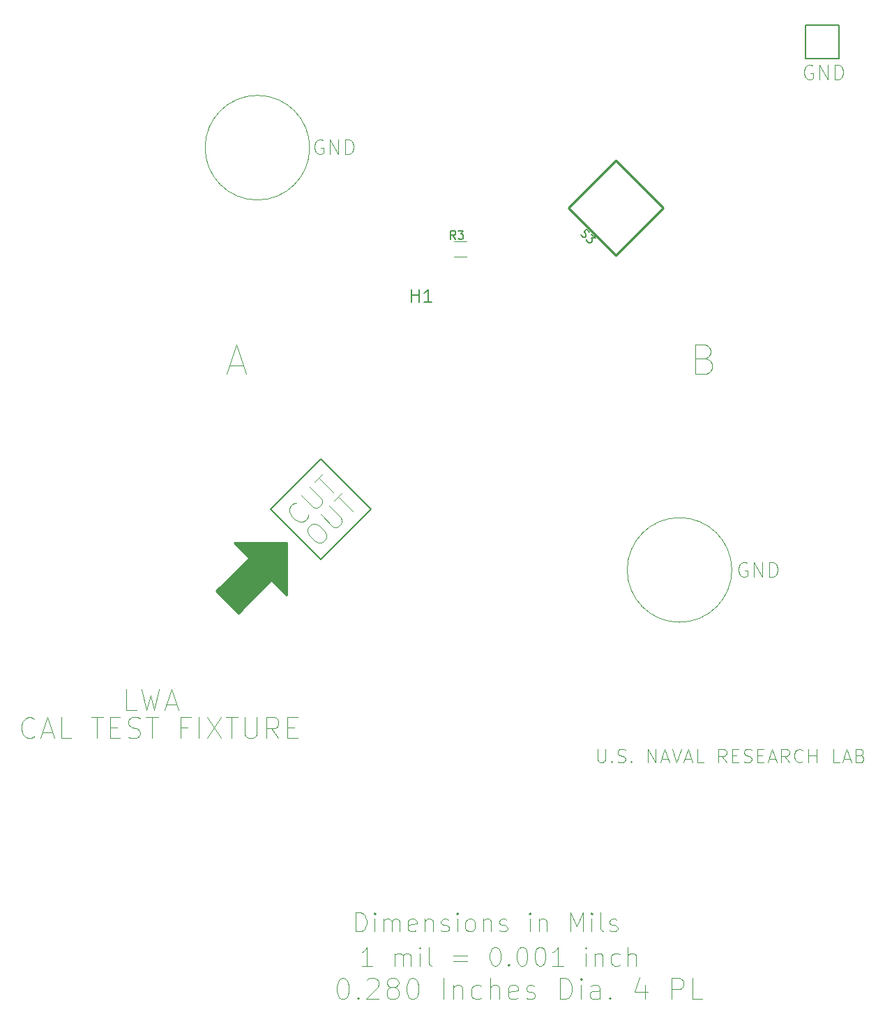
<source format=gbr>
G04 #@! TF.GenerationSoftware,KiCad,Pcbnew,6.0.4-6f826c9f35~116~ubuntu20.04.1*
G04 #@! TF.CreationDate,2022-04-28T21:29:12-04:00*
G04 #@! TF.ProjectId,LWA Active Test 2022,4c574120-4163-4746-9976-652054657374,1.1*
G04 #@! TF.SameCoordinates,Original*
G04 #@! TF.FileFunction,Legend,Top*
G04 #@! TF.FilePolarity,Positive*
%FSLAX46Y46*%
G04 Gerber Fmt 4.6, Leading zero omitted, Abs format (unit mm)*
G04 Created by KiCad (PCBNEW 6.0.4-6f826c9f35~116~ubuntu20.04.1) date 2022-04-28 21:29:12*
%MOMM*%
%LPD*%
G01*
G04 APERTURE LIST*
%ADD10C,0.150000*%
%ADD11C,0.254000*%
%ADD12C,0.100000*%
%ADD13C,0.120000*%
G04 APERTURE END LIST*
D10*
X64236600Y-124129800D02*
X70332600Y-118033800D01*
D11*
X105797960Y-81457800D02*
X100050600Y-87205160D01*
X60045600Y-128383980D02*
X60045600Y-122097800D01*
X55555470Y-123893850D02*
X51514360Y-127934970D01*
D10*
X58140600Y-118033800D02*
X64236600Y-111937800D01*
X70332600Y-118033800D02*
X64236600Y-111937800D01*
D12*
G36*
X59029600Y-125907800D02*
G01*
X58249550Y-126587930D01*
X55555470Y-123893850D01*
X56235600Y-123113800D01*
X59029600Y-125907800D01*
G37*
X59029600Y-125907800D02*
X58249550Y-126587930D01*
X55555470Y-123893850D01*
X56235600Y-123113800D01*
X59029600Y-125907800D01*
D10*
X58140600Y-118033800D02*
X64236600Y-124129800D01*
D11*
X60045600Y-128383980D02*
X58249550Y-126587930D01*
X105797960Y-81457800D02*
X100050600Y-75710440D01*
D12*
G36*
X60045600Y-128383980D02*
G01*
X58249550Y-126587930D01*
X59029600Y-125907800D01*
X56235600Y-123113800D01*
X55555470Y-123893850D01*
X53759420Y-122097800D01*
X60045600Y-122097800D01*
X60045600Y-128383980D01*
G37*
X60045600Y-128383980D02*
X58249550Y-126587930D01*
X59029600Y-125907800D01*
X56235600Y-123113800D01*
X55555470Y-123893850D01*
X53759420Y-122097800D01*
X60045600Y-122097800D01*
X60045600Y-128383980D01*
D11*
X100050600Y-87205160D02*
X94303240Y-81457800D01*
X100050600Y-75710440D02*
X94303240Y-81457800D01*
X58249550Y-126587930D02*
X54208430Y-130629040D01*
X55555470Y-123893850D02*
X53759420Y-122097800D01*
X54208430Y-130629040D02*
X51514360Y-127934970D01*
D12*
G36*
X58249550Y-126587930D02*
G01*
X54208430Y-130629040D01*
X51514360Y-127934970D01*
X55555470Y-123893850D01*
X58249550Y-126587930D01*
G37*
X58249550Y-126587930D02*
X54208430Y-130629040D01*
X51514360Y-127934970D01*
X55555470Y-123893850D01*
X58249550Y-126587930D01*
D11*
X60045600Y-122097800D02*
X53759420Y-122097800D01*
D12*
X53167933Y-100592466D02*
X54861266Y-100592466D01*
X52829266Y-101608466D02*
X54014600Y-98052466D01*
X55199933Y-101608466D01*
X123949266Y-64185800D02*
X123779933Y-64101133D01*
X123525933Y-64101133D01*
X123271933Y-64185800D01*
X123102600Y-64355133D01*
X123017933Y-64524466D01*
X122933266Y-64863133D01*
X122933266Y-65117133D01*
X123017933Y-65455800D01*
X123102600Y-65625133D01*
X123271933Y-65794466D01*
X123525933Y-65879133D01*
X123695266Y-65879133D01*
X123949266Y-65794466D01*
X124033933Y-65709800D01*
X124033933Y-65117133D01*
X123695266Y-65117133D01*
X124795933Y-65879133D02*
X124795933Y-64101133D01*
X125811933Y-65879133D01*
X125811933Y-64101133D01*
X126658600Y-65879133D02*
X126658600Y-64101133D01*
X127081933Y-64101133D01*
X127335933Y-64185800D01*
X127505266Y-64355133D01*
X127589933Y-64524466D01*
X127674600Y-64863133D01*
X127674600Y-65117133D01*
X127589933Y-65455800D01*
X127505266Y-65625133D01*
X127335933Y-65794466D01*
X127081933Y-65879133D01*
X126658600Y-65879133D01*
X64513266Y-73231172D02*
X64343933Y-73146505D01*
X64089933Y-73146505D01*
X63835933Y-73231172D01*
X63666600Y-73400505D01*
X63581933Y-73569838D01*
X63497266Y-73908505D01*
X63497266Y-74162505D01*
X63581933Y-74501172D01*
X63666600Y-74670505D01*
X63835933Y-74839838D01*
X64089933Y-74924505D01*
X64259266Y-74924505D01*
X64513266Y-74839838D01*
X64597933Y-74755172D01*
X64597933Y-74162505D01*
X64259266Y-74162505D01*
X65359933Y-74924505D02*
X65359933Y-73146505D01*
X66375933Y-74924505D01*
X66375933Y-73146505D01*
X67222600Y-74924505D02*
X67222600Y-73146505D01*
X67645933Y-73146505D01*
X67899933Y-73231172D01*
X68069266Y-73400505D01*
X68153933Y-73569838D01*
X68238600Y-73908505D01*
X68238600Y-74162505D01*
X68153933Y-74501172D01*
X68069266Y-74670505D01*
X67899933Y-74839838D01*
X67645933Y-74924505D01*
X67222600Y-74924505D01*
X110910600Y-99745800D02*
X111418600Y-99915133D01*
X111587933Y-100084466D01*
X111757266Y-100423133D01*
X111757266Y-100931133D01*
X111587933Y-101269800D01*
X111418600Y-101439133D01*
X111079933Y-101608466D01*
X109725266Y-101608466D01*
X109725266Y-98052466D01*
X110910600Y-98052466D01*
X111249266Y-98221800D01*
X111418600Y-98391133D01*
X111587933Y-98729800D01*
X111587933Y-99068466D01*
X111418600Y-99407133D01*
X111249266Y-99576466D01*
X110910600Y-99745800D01*
X109725266Y-99745800D01*
X29454257Y-145560142D02*
X29333305Y-145681095D01*
X28970448Y-145802047D01*
X28728543Y-145802047D01*
X28365686Y-145681095D01*
X28123781Y-145439190D01*
X28002829Y-145197285D01*
X27881876Y-144713476D01*
X27881876Y-144350619D01*
X28002829Y-143866809D01*
X28123781Y-143624904D01*
X28365686Y-143383000D01*
X28728543Y-143262047D01*
X28970448Y-143262047D01*
X29333305Y-143383000D01*
X29454257Y-143503952D01*
X30421876Y-145076333D02*
X31631400Y-145076333D01*
X30179972Y-145802047D02*
X31026638Y-143262047D01*
X31873305Y-145802047D01*
X33929496Y-145802047D02*
X32719972Y-145802047D01*
X32719972Y-143262047D01*
X36348543Y-143262047D02*
X37799972Y-143262047D01*
X37074257Y-145802047D02*
X37074257Y-143262047D01*
X38646638Y-144471571D02*
X39493305Y-144471571D01*
X39856162Y-145802047D02*
X38646638Y-145802047D01*
X38646638Y-143262047D01*
X39856162Y-143262047D01*
X40823781Y-145681095D02*
X41186638Y-145802047D01*
X41791400Y-145802047D01*
X42033305Y-145681095D01*
X42154257Y-145560142D01*
X42275210Y-145318238D01*
X42275210Y-145076333D01*
X42154257Y-144834428D01*
X42033305Y-144713476D01*
X41791400Y-144592523D01*
X41307591Y-144471571D01*
X41065686Y-144350619D01*
X40944734Y-144229666D01*
X40823781Y-143987761D01*
X40823781Y-143745857D01*
X40944734Y-143503952D01*
X41065686Y-143383000D01*
X41307591Y-143262047D01*
X41912353Y-143262047D01*
X42275210Y-143383000D01*
X43000924Y-143262047D02*
X44452353Y-143262047D01*
X43726638Y-145802047D02*
X43726638Y-143262047D01*
X48080924Y-144471571D02*
X47234257Y-144471571D01*
X47234257Y-145802047D02*
X47234257Y-143262047D01*
X48443781Y-143262047D01*
X49411400Y-145802047D02*
X49411400Y-143262047D01*
X50379019Y-143262047D02*
X52072353Y-145802047D01*
X52072353Y-143262047D02*
X50379019Y-145802047D01*
X52677115Y-143262047D02*
X54128543Y-143262047D01*
X53402829Y-145802047D02*
X53402829Y-143262047D01*
X54975210Y-143262047D02*
X54975210Y-145318238D01*
X55096162Y-145560142D01*
X55217115Y-145681095D01*
X55459019Y-145802047D01*
X55942829Y-145802047D01*
X56184734Y-145681095D01*
X56305686Y-145560142D01*
X56426638Y-145318238D01*
X56426638Y-143262047D01*
X59087591Y-145802047D02*
X58240924Y-144592523D01*
X57636162Y-145802047D02*
X57636162Y-143262047D01*
X58603781Y-143262047D01*
X58845686Y-143383000D01*
X58966638Y-143503952D01*
X59087591Y-143745857D01*
X59087591Y-144108714D01*
X58966638Y-144350619D01*
X58845686Y-144471571D01*
X58603781Y-144592523D01*
X57636162Y-144592523D01*
X60176162Y-144471571D02*
X61022829Y-144471571D01*
X61385686Y-145802047D02*
X60176162Y-145802047D01*
X60176162Y-143262047D01*
X61385686Y-143262047D01*
X115948266Y-124482428D02*
X115778933Y-124397761D01*
X115524933Y-124397761D01*
X115270933Y-124482428D01*
X115101600Y-124651761D01*
X115016933Y-124821094D01*
X114932266Y-125159761D01*
X114932266Y-125413761D01*
X115016933Y-125752428D01*
X115101600Y-125921761D01*
X115270933Y-126091094D01*
X115524933Y-126175761D01*
X115694266Y-126175761D01*
X115948266Y-126091094D01*
X116032933Y-126006428D01*
X116032933Y-125413761D01*
X115694266Y-125413761D01*
X116794933Y-126175761D02*
X116794933Y-124397761D01*
X117810933Y-126175761D01*
X117810933Y-124397761D01*
X118657600Y-126175761D02*
X118657600Y-124397761D01*
X119080933Y-124397761D01*
X119334933Y-124482428D01*
X119504266Y-124651761D01*
X119588933Y-124821094D01*
X119673600Y-125159761D01*
X119673600Y-125413761D01*
X119588933Y-125752428D01*
X119504266Y-125921761D01*
X119334933Y-126091094D01*
X119080933Y-126175761D01*
X118657600Y-126175761D01*
X62694955Y-118699338D02*
X62694955Y-118870391D01*
X62523902Y-119212496D01*
X62352850Y-119383548D01*
X62010745Y-119554601D01*
X61668640Y-119554601D01*
X61412061Y-119469074D01*
X60984430Y-119212496D01*
X60727851Y-118955917D01*
X60471272Y-118528286D01*
X60385746Y-118271707D01*
X60385746Y-117929602D01*
X60556798Y-117587497D01*
X60727851Y-117416444D01*
X61069956Y-117245392D01*
X61241008Y-117245392D01*
X61839692Y-116304603D02*
X63293638Y-117758549D01*
X63550217Y-117844076D01*
X63721270Y-117844076D01*
X63977848Y-117758549D01*
X64319953Y-117416444D01*
X64405480Y-117159866D01*
X64405480Y-116988813D01*
X64319953Y-116732234D01*
X62866007Y-115278288D01*
X63464691Y-114679605D02*
X64491006Y-113653290D01*
X65773899Y-115962498D02*
X63977848Y-114166447D01*
X68478085Y-169258342D02*
X68478085Y-166972342D01*
X69022371Y-166972342D01*
X69348942Y-167081200D01*
X69566657Y-167298914D01*
X69675514Y-167516628D01*
X69784371Y-167952057D01*
X69784371Y-168278628D01*
X69675514Y-168714057D01*
X69566657Y-168931771D01*
X69348942Y-169149485D01*
X69022371Y-169258342D01*
X68478085Y-169258342D01*
X70764085Y-169258342D02*
X70764085Y-167734342D01*
X70764085Y-166972342D02*
X70655228Y-167081200D01*
X70764085Y-167190057D01*
X70872942Y-167081200D01*
X70764085Y-166972342D01*
X70764085Y-167190057D01*
X71852657Y-169258342D02*
X71852657Y-167734342D01*
X71852657Y-167952057D02*
X71961514Y-167843200D01*
X72179228Y-167734342D01*
X72505800Y-167734342D01*
X72723514Y-167843200D01*
X72832371Y-168060914D01*
X72832371Y-169258342D01*
X72832371Y-168060914D02*
X72941228Y-167843200D01*
X73158942Y-167734342D01*
X73485514Y-167734342D01*
X73703228Y-167843200D01*
X73812085Y-168060914D01*
X73812085Y-169258342D01*
X75771514Y-169149485D02*
X75553800Y-169258342D01*
X75118371Y-169258342D01*
X74900657Y-169149485D01*
X74791800Y-168931771D01*
X74791800Y-168060914D01*
X74900657Y-167843200D01*
X75118371Y-167734342D01*
X75553800Y-167734342D01*
X75771514Y-167843200D01*
X75880371Y-168060914D01*
X75880371Y-168278628D01*
X74791800Y-168496342D01*
X76860085Y-167734342D02*
X76860085Y-169258342D01*
X76860085Y-167952057D02*
X76968942Y-167843200D01*
X77186657Y-167734342D01*
X77513228Y-167734342D01*
X77730942Y-167843200D01*
X77839800Y-168060914D01*
X77839800Y-169258342D01*
X78819514Y-169149485D02*
X79037228Y-169258342D01*
X79472657Y-169258342D01*
X79690371Y-169149485D01*
X79799228Y-168931771D01*
X79799228Y-168822914D01*
X79690371Y-168605200D01*
X79472657Y-168496342D01*
X79146085Y-168496342D01*
X78928371Y-168387485D01*
X78819514Y-168169771D01*
X78819514Y-168060914D01*
X78928371Y-167843200D01*
X79146085Y-167734342D01*
X79472657Y-167734342D01*
X79690371Y-167843200D01*
X80778942Y-169258342D02*
X80778942Y-167734342D01*
X80778942Y-166972342D02*
X80670085Y-167081200D01*
X80778942Y-167190057D01*
X80887800Y-167081200D01*
X80778942Y-166972342D01*
X80778942Y-167190057D01*
X82194085Y-169258342D02*
X81976371Y-169149485D01*
X81867514Y-169040628D01*
X81758657Y-168822914D01*
X81758657Y-168169771D01*
X81867514Y-167952057D01*
X81976371Y-167843200D01*
X82194085Y-167734342D01*
X82520657Y-167734342D01*
X82738371Y-167843200D01*
X82847228Y-167952057D01*
X82956085Y-168169771D01*
X82956085Y-168822914D01*
X82847228Y-169040628D01*
X82738371Y-169149485D01*
X82520657Y-169258342D01*
X82194085Y-169258342D01*
X83935800Y-167734342D02*
X83935800Y-169258342D01*
X83935800Y-167952057D02*
X84044657Y-167843200D01*
X84262371Y-167734342D01*
X84588942Y-167734342D01*
X84806657Y-167843200D01*
X84915514Y-168060914D01*
X84915514Y-169258342D01*
X85895228Y-169149485D02*
X86112942Y-169258342D01*
X86548371Y-169258342D01*
X86766085Y-169149485D01*
X86874942Y-168931771D01*
X86874942Y-168822914D01*
X86766085Y-168605200D01*
X86548371Y-168496342D01*
X86221800Y-168496342D01*
X86004085Y-168387485D01*
X85895228Y-168169771D01*
X85895228Y-168060914D01*
X86004085Y-167843200D01*
X86221800Y-167734342D01*
X86548371Y-167734342D01*
X86766085Y-167843200D01*
X89596371Y-169258342D02*
X89596371Y-167734342D01*
X89596371Y-166972342D02*
X89487514Y-167081200D01*
X89596371Y-167190057D01*
X89705228Y-167081200D01*
X89596371Y-166972342D01*
X89596371Y-167190057D01*
X90684942Y-167734342D02*
X90684942Y-169258342D01*
X90684942Y-167952057D02*
X90793800Y-167843200D01*
X91011514Y-167734342D01*
X91338085Y-167734342D01*
X91555800Y-167843200D01*
X91664657Y-168060914D01*
X91664657Y-169258342D01*
X94494942Y-169258342D02*
X94494942Y-166972342D01*
X95256942Y-168605200D01*
X96018942Y-166972342D01*
X96018942Y-169258342D01*
X97107514Y-169258342D02*
X97107514Y-167734342D01*
X97107514Y-166972342D02*
X96998657Y-167081200D01*
X97107514Y-167190057D01*
X97216371Y-167081200D01*
X97107514Y-166972342D01*
X97107514Y-167190057D01*
X98522657Y-169258342D02*
X98304942Y-169149485D01*
X98196085Y-168931771D01*
X98196085Y-166972342D01*
X99284657Y-169149485D02*
X99502371Y-169258342D01*
X99937800Y-169258342D01*
X100155514Y-169149485D01*
X100264371Y-168931771D01*
X100264371Y-168822914D01*
X100155514Y-168605200D01*
X99937800Y-168496342D01*
X99611228Y-168496342D01*
X99393514Y-168387485D01*
X99284657Y-168169771D01*
X99284657Y-168060914D01*
X99393514Y-167843200D01*
X99611228Y-167734342D01*
X99937800Y-167734342D01*
X100155514Y-167843200D01*
X70488314Y-173423942D02*
X69182028Y-173423942D01*
X69835171Y-173423942D02*
X69835171Y-171137942D01*
X69617457Y-171464514D01*
X69399742Y-171682228D01*
X69182028Y-171791085D01*
X73209742Y-173423942D02*
X73209742Y-171899942D01*
X73209742Y-172117657D02*
X73318600Y-172008800D01*
X73536314Y-171899942D01*
X73862885Y-171899942D01*
X74080600Y-172008800D01*
X74189457Y-172226514D01*
X74189457Y-173423942D01*
X74189457Y-172226514D02*
X74298314Y-172008800D01*
X74516028Y-171899942D01*
X74842600Y-171899942D01*
X75060314Y-172008800D01*
X75169171Y-172226514D01*
X75169171Y-173423942D01*
X76257742Y-173423942D02*
X76257742Y-171899942D01*
X76257742Y-171137942D02*
X76148885Y-171246800D01*
X76257742Y-171355657D01*
X76366600Y-171246800D01*
X76257742Y-171137942D01*
X76257742Y-171355657D01*
X77672885Y-173423942D02*
X77455171Y-173315085D01*
X77346314Y-173097371D01*
X77346314Y-171137942D01*
X80285457Y-172226514D02*
X82027171Y-172226514D01*
X82027171Y-172879657D02*
X80285457Y-172879657D01*
X85292885Y-171137942D02*
X85510600Y-171137942D01*
X85728314Y-171246800D01*
X85837171Y-171355657D01*
X85946028Y-171573371D01*
X86054885Y-172008800D01*
X86054885Y-172553085D01*
X85946028Y-172988514D01*
X85837171Y-173206228D01*
X85728314Y-173315085D01*
X85510600Y-173423942D01*
X85292885Y-173423942D01*
X85075171Y-173315085D01*
X84966314Y-173206228D01*
X84857457Y-172988514D01*
X84748600Y-172553085D01*
X84748600Y-172008800D01*
X84857457Y-171573371D01*
X84966314Y-171355657D01*
X85075171Y-171246800D01*
X85292885Y-171137942D01*
X87034600Y-173206228D02*
X87143457Y-173315085D01*
X87034600Y-173423942D01*
X86925742Y-173315085D01*
X87034600Y-173206228D01*
X87034600Y-173423942D01*
X88558600Y-171137942D02*
X88776314Y-171137942D01*
X88994028Y-171246800D01*
X89102885Y-171355657D01*
X89211742Y-171573371D01*
X89320600Y-172008800D01*
X89320600Y-172553085D01*
X89211742Y-172988514D01*
X89102885Y-173206228D01*
X88994028Y-173315085D01*
X88776314Y-173423942D01*
X88558600Y-173423942D01*
X88340885Y-173315085D01*
X88232028Y-173206228D01*
X88123171Y-172988514D01*
X88014314Y-172553085D01*
X88014314Y-172008800D01*
X88123171Y-171573371D01*
X88232028Y-171355657D01*
X88340885Y-171246800D01*
X88558600Y-171137942D01*
X90735742Y-171137942D02*
X90953457Y-171137942D01*
X91171171Y-171246800D01*
X91280028Y-171355657D01*
X91388885Y-171573371D01*
X91497742Y-172008800D01*
X91497742Y-172553085D01*
X91388885Y-172988514D01*
X91280028Y-173206228D01*
X91171171Y-173315085D01*
X90953457Y-173423942D01*
X90735742Y-173423942D01*
X90518028Y-173315085D01*
X90409171Y-173206228D01*
X90300314Y-172988514D01*
X90191457Y-172553085D01*
X90191457Y-172008800D01*
X90300314Y-171573371D01*
X90409171Y-171355657D01*
X90518028Y-171246800D01*
X90735742Y-171137942D01*
X93674885Y-173423942D02*
X92368600Y-173423942D01*
X93021742Y-173423942D02*
X93021742Y-171137942D01*
X92804028Y-171464514D01*
X92586314Y-171682228D01*
X92368600Y-171791085D01*
X96396314Y-173423942D02*
X96396314Y-171899942D01*
X96396314Y-171137942D02*
X96287457Y-171246800D01*
X96396314Y-171355657D01*
X96505171Y-171246800D01*
X96396314Y-171137942D01*
X96396314Y-171355657D01*
X97484885Y-171899942D02*
X97484885Y-173423942D01*
X97484885Y-172117657D02*
X97593742Y-172008800D01*
X97811457Y-171899942D01*
X98138028Y-171899942D01*
X98355742Y-172008800D01*
X98464600Y-172226514D01*
X98464600Y-173423942D01*
X100532885Y-173315085D02*
X100315171Y-173423942D01*
X99879742Y-173423942D01*
X99662028Y-173315085D01*
X99553171Y-173206228D01*
X99444314Y-172988514D01*
X99444314Y-172335371D01*
X99553171Y-172117657D01*
X99662028Y-172008800D01*
X99879742Y-171899942D01*
X100315171Y-171899942D01*
X100532885Y-172008800D01*
X101512600Y-173423942D02*
X101512600Y-171137942D01*
X102492314Y-173423942D02*
X102492314Y-172226514D01*
X102383457Y-172008800D01*
X102165742Y-171899942D01*
X101839171Y-171899942D01*
X101621457Y-172008800D01*
X101512600Y-172117657D01*
X41831695Y-142423847D02*
X40622171Y-142423847D01*
X40622171Y-139883847D01*
X42436457Y-139883847D02*
X43041219Y-142423847D01*
X43525028Y-140609561D01*
X44008838Y-142423847D01*
X44613600Y-139883847D01*
X45460266Y-141698133D02*
X46669790Y-141698133D01*
X45218361Y-142423847D02*
X46065028Y-139883847D01*
X46911695Y-142423847D01*
X62671746Y-120171549D02*
X63013851Y-119829444D01*
X63270430Y-119743918D01*
X63612535Y-119743918D01*
X64040166Y-120000497D01*
X64638850Y-120599181D01*
X64895428Y-121026812D01*
X64895428Y-121368917D01*
X64809902Y-121625496D01*
X64467797Y-121967601D01*
X64211218Y-122053127D01*
X63869113Y-122053127D01*
X63441482Y-121796548D01*
X62842798Y-121197864D01*
X62586220Y-120770233D01*
X62586220Y-120428128D01*
X62671746Y-120171549D01*
X64211218Y-118632077D02*
X65665165Y-120086023D01*
X65921743Y-120171549D01*
X66092796Y-120171549D01*
X66349375Y-120086023D01*
X66691480Y-119743918D01*
X66777006Y-119487339D01*
X66777006Y-119316287D01*
X66691480Y-119059708D01*
X65237533Y-117605762D01*
X65836217Y-117007078D02*
X66862532Y-115980763D01*
X68145426Y-118289972D02*
X66349375Y-116493921D01*
X66787171Y-174935847D02*
X67029076Y-174935847D01*
X67270980Y-175056800D01*
X67391933Y-175177752D01*
X67512885Y-175419657D01*
X67633838Y-175903466D01*
X67633838Y-176508228D01*
X67512885Y-176992038D01*
X67391933Y-177233942D01*
X67270980Y-177354895D01*
X67029076Y-177475847D01*
X66787171Y-177475847D01*
X66545266Y-177354895D01*
X66424314Y-177233942D01*
X66303361Y-176992038D01*
X66182409Y-176508228D01*
X66182409Y-175903466D01*
X66303361Y-175419657D01*
X66424314Y-175177752D01*
X66545266Y-175056800D01*
X66787171Y-174935847D01*
X68722409Y-177233942D02*
X68843361Y-177354895D01*
X68722409Y-177475847D01*
X68601457Y-177354895D01*
X68722409Y-177233942D01*
X68722409Y-177475847D01*
X69810980Y-175177752D02*
X69931933Y-175056800D01*
X70173838Y-174935847D01*
X70778600Y-174935847D01*
X71020504Y-175056800D01*
X71141457Y-175177752D01*
X71262409Y-175419657D01*
X71262409Y-175661561D01*
X71141457Y-176024419D01*
X69690028Y-177475847D01*
X71262409Y-177475847D01*
X72713838Y-176024419D02*
X72471933Y-175903466D01*
X72350980Y-175782514D01*
X72230028Y-175540609D01*
X72230028Y-175419657D01*
X72350980Y-175177752D01*
X72471933Y-175056800D01*
X72713838Y-174935847D01*
X73197647Y-174935847D01*
X73439552Y-175056800D01*
X73560504Y-175177752D01*
X73681457Y-175419657D01*
X73681457Y-175540609D01*
X73560504Y-175782514D01*
X73439552Y-175903466D01*
X73197647Y-176024419D01*
X72713838Y-176024419D01*
X72471933Y-176145371D01*
X72350980Y-176266323D01*
X72230028Y-176508228D01*
X72230028Y-176992038D01*
X72350980Y-177233942D01*
X72471933Y-177354895D01*
X72713838Y-177475847D01*
X73197647Y-177475847D01*
X73439552Y-177354895D01*
X73560504Y-177233942D01*
X73681457Y-176992038D01*
X73681457Y-176508228D01*
X73560504Y-176266323D01*
X73439552Y-176145371D01*
X73197647Y-176024419D01*
X75253838Y-174935847D02*
X75495742Y-174935847D01*
X75737647Y-175056800D01*
X75858600Y-175177752D01*
X75979552Y-175419657D01*
X76100504Y-175903466D01*
X76100504Y-176508228D01*
X75979552Y-176992038D01*
X75858600Y-177233942D01*
X75737647Y-177354895D01*
X75495742Y-177475847D01*
X75253838Y-177475847D01*
X75011933Y-177354895D01*
X74890980Y-177233942D01*
X74770028Y-176992038D01*
X74649076Y-176508228D01*
X74649076Y-175903466D01*
X74770028Y-175419657D01*
X74890980Y-175177752D01*
X75011933Y-175056800D01*
X75253838Y-174935847D01*
X79124314Y-177475847D02*
X79124314Y-174935847D01*
X80333838Y-175782514D02*
X80333838Y-177475847D01*
X80333838Y-176024419D02*
X80454790Y-175903466D01*
X80696695Y-175782514D01*
X81059552Y-175782514D01*
X81301457Y-175903466D01*
X81422409Y-176145371D01*
X81422409Y-177475847D01*
X83720504Y-177354895D02*
X83478600Y-177475847D01*
X82994790Y-177475847D01*
X82752885Y-177354895D01*
X82631933Y-177233942D01*
X82510980Y-176992038D01*
X82510980Y-176266323D01*
X82631933Y-176024419D01*
X82752885Y-175903466D01*
X82994790Y-175782514D01*
X83478600Y-175782514D01*
X83720504Y-175903466D01*
X84809076Y-177475847D02*
X84809076Y-174935847D01*
X85897647Y-177475847D02*
X85897647Y-176145371D01*
X85776695Y-175903466D01*
X85534790Y-175782514D01*
X85171933Y-175782514D01*
X84930028Y-175903466D01*
X84809076Y-176024419D01*
X88074790Y-177354895D02*
X87832885Y-177475847D01*
X87349076Y-177475847D01*
X87107171Y-177354895D01*
X86986219Y-177112990D01*
X86986219Y-176145371D01*
X87107171Y-175903466D01*
X87349076Y-175782514D01*
X87832885Y-175782514D01*
X88074790Y-175903466D01*
X88195742Y-176145371D01*
X88195742Y-176387276D01*
X86986219Y-176629180D01*
X89163361Y-177354895D02*
X89405266Y-177475847D01*
X89889076Y-177475847D01*
X90130980Y-177354895D01*
X90251933Y-177112990D01*
X90251933Y-176992038D01*
X90130980Y-176750133D01*
X89889076Y-176629180D01*
X89526219Y-176629180D01*
X89284314Y-176508228D01*
X89163361Y-176266323D01*
X89163361Y-176145371D01*
X89284314Y-175903466D01*
X89526219Y-175782514D01*
X89889076Y-175782514D01*
X90130980Y-175903466D01*
X93275742Y-177475847D02*
X93275742Y-174935847D01*
X93880504Y-174935847D01*
X94243361Y-175056800D01*
X94485266Y-175298704D01*
X94606219Y-175540609D01*
X94727171Y-176024419D01*
X94727171Y-176387276D01*
X94606219Y-176871085D01*
X94485266Y-177112990D01*
X94243361Y-177354895D01*
X93880504Y-177475847D01*
X93275742Y-177475847D01*
X95815742Y-177475847D02*
X95815742Y-175782514D01*
X95815742Y-174935847D02*
X95694790Y-175056800D01*
X95815742Y-175177752D01*
X95936695Y-175056800D01*
X95815742Y-174935847D01*
X95815742Y-175177752D01*
X98113838Y-177475847D02*
X98113838Y-176145371D01*
X97992885Y-175903466D01*
X97750980Y-175782514D01*
X97267171Y-175782514D01*
X97025266Y-175903466D01*
X98113838Y-177354895D02*
X97871933Y-177475847D01*
X97267171Y-177475847D01*
X97025266Y-177354895D01*
X96904314Y-177112990D01*
X96904314Y-176871085D01*
X97025266Y-176629180D01*
X97267171Y-176508228D01*
X97871933Y-176508228D01*
X98113838Y-176387276D01*
X99323361Y-177233942D02*
X99444314Y-177354895D01*
X99323361Y-177475847D01*
X99202409Y-177354895D01*
X99323361Y-177233942D01*
X99323361Y-177475847D01*
X103556695Y-175782514D02*
X103556695Y-177475847D01*
X102951933Y-174814895D02*
X102347171Y-176629180D01*
X103919552Y-176629180D01*
X106822409Y-177475847D02*
X106822409Y-174935847D01*
X107790028Y-174935847D01*
X108031933Y-175056800D01*
X108152885Y-175177752D01*
X108273838Y-175419657D01*
X108273838Y-175782514D01*
X108152885Y-176024419D01*
X108031933Y-176145371D01*
X107790028Y-176266323D01*
X106822409Y-176266323D01*
X110571933Y-177475847D02*
X109362409Y-177475847D01*
X109362409Y-174935847D01*
X97811695Y-147101680D02*
X97811695Y-148438204D01*
X97890314Y-148595442D01*
X97968933Y-148674061D01*
X98126171Y-148752680D01*
X98440647Y-148752680D01*
X98597885Y-148674061D01*
X98676504Y-148595442D01*
X98755123Y-148438204D01*
X98755123Y-147101680D01*
X99541314Y-148595442D02*
X99619933Y-148674061D01*
X99541314Y-148752680D01*
X99462695Y-148674061D01*
X99541314Y-148595442D01*
X99541314Y-148752680D01*
X100248885Y-148674061D02*
X100484742Y-148752680D01*
X100877838Y-148752680D01*
X101035076Y-148674061D01*
X101113695Y-148595442D01*
X101192314Y-148438204D01*
X101192314Y-148280966D01*
X101113695Y-148123728D01*
X101035076Y-148045109D01*
X100877838Y-147966490D01*
X100563361Y-147887871D01*
X100406123Y-147809252D01*
X100327504Y-147730633D01*
X100248885Y-147573395D01*
X100248885Y-147416157D01*
X100327504Y-147258919D01*
X100406123Y-147180300D01*
X100563361Y-147101680D01*
X100956457Y-147101680D01*
X101192314Y-147180300D01*
X101899885Y-148595442D02*
X101978504Y-148674061D01*
X101899885Y-148752680D01*
X101821266Y-148674061D01*
X101899885Y-148595442D01*
X101899885Y-148752680D01*
X103943980Y-148752680D02*
X103943980Y-147101680D01*
X104887409Y-148752680D01*
X104887409Y-147101680D01*
X105594980Y-148280966D02*
X106381171Y-148280966D01*
X105437742Y-148752680D02*
X105988076Y-147101680D01*
X106538409Y-148752680D01*
X106852885Y-147101680D02*
X107403219Y-148752680D01*
X107953552Y-147101680D01*
X108425266Y-148280966D02*
X109211457Y-148280966D01*
X108268028Y-148752680D02*
X108818361Y-147101680D01*
X109368695Y-148752680D01*
X110705219Y-148752680D02*
X109919028Y-148752680D01*
X109919028Y-147101680D01*
X113456885Y-148752680D02*
X112906552Y-147966490D01*
X112513457Y-148752680D02*
X112513457Y-147101680D01*
X113142409Y-147101680D01*
X113299647Y-147180300D01*
X113378266Y-147258919D01*
X113456885Y-147416157D01*
X113456885Y-147652014D01*
X113378266Y-147809252D01*
X113299647Y-147887871D01*
X113142409Y-147966490D01*
X112513457Y-147966490D01*
X114164457Y-147887871D02*
X114714790Y-147887871D01*
X114950647Y-148752680D02*
X114164457Y-148752680D01*
X114164457Y-147101680D01*
X114950647Y-147101680D01*
X115579600Y-148674061D02*
X115815457Y-148752680D01*
X116208552Y-148752680D01*
X116365790Y-148674061D01*
X116444409Y-148595442D01*
X116523028Y-148438204D01*
X116523028Y-148280966D01*
X116444409Y-148123728D01*
X116365790Y-148045109D01*
X116208552Y-147966490D01*
X115894076Y-147887871D01*
X115736838Y-147809252D01*
X115658219Y-147730633D01*
X115579600Y-147573395D01*
X115579600Y-147416157D01*
X115658219Y-147258919D01*
X115736838Y-147180300D01*
X115894076Y-147101680D01*
X116287171Y-147101680D01*
X116523028Y-147180300D01*
X117230600Y-147887871D02*
X117780933Y-147887871D01*
X118016790Y-148752680D02*
X117230600Y-148752680D01*
X117230600Y-147101680D01*
X118016790Y-147101680D01*
X118645742Y-148280966D02*
X119431933Y-148280966D01*
X118488504Y-148752680D02*
X119038838Y-147101680D01*
X119589171Y-148752680D01*
X121082933Y-148752680D02*
X120532600Y-147966490D01*
X120139504Y-148752680D02*
X120139504Y-147101680D01*
X120768457Y-147101680D01*
X120925695Y-147180300D01*
X121004314Y-147258919D01*
X121082933Y-147416157D01*
X121082933Y-147652014D01*
X121004314Y-147809252D01*
X120925695Y-147887871D01*
X120768457Y-147966490D01*
X120139504Y-147966490D01*
X122733933Y-148595442D02*
X122655314Y-148674061D01*
X122419457Y-148752680D01*
X122262219Y-148752680D01*
X122026361Y-148674061D01*
X121869123Y-148516823D01*
X121790504Y-148359585D01*
X121711885Y-148045109D01*
X121711885Y-147809252D01*
X121790504Y-147494776D01*
X121869123Y-147337538D01*
X122026361Y-147180300D01*
X122262219Y-147101680D01*
X122419457Y-147101680D01*
X122655314Y-147180300D01*
X122733933Y-147258919D01*
X123441504Y-148752680D02*
X123441504Y-147101680D01*
X123441504Y-147887871D02*
X124384933Y-147887871D01*
X124384933Y-148752680D02*
X124384933Y-147101680D01*
X127215219Y-148752680D02*
X126429028Y-148752680D01*
X126429028Y-147101680D01*
X127686933Y-148280966D02*
X128473123Y-148280966D01*
X127529695Y-148752680D02*
X128080028Y-147101680D01*
X128630361Y-148752680D01*
X129731028Y-147887871D02*
X129966885Y-147966490D01*
X130045504Y-148045109D01*
X130124123Y-148202347D01*
X130124123Y-148438204D01*
X130045504Y-148595442D01*
X129966885Y-148674061D01*
X129809647Y-148752680D01*
X129180695Y-148752680D01*
X129180695Y-147101680D01*
X129731028Y-147101680D01*
X129888266Y-147180300D01*
X129966885Y-147258919D01*
X130045504Y-147416157D01*
X130045504Y-147573395D01*
X129966885Y-147730633D01*
X129888266Y-147809252D01*
X129731028Y-147887871D01*
X129180695Y-147887871D01*
D10*
G04 #@! TO.C,H1*
X75267457Y-92815228D02*
X75267457Y-91291228D01*
X75267457Y-92016942D02*
X76138314Y-92016942D01*
X76138314Y-92815228D02*
X76138314Y-91291228D01*
X77662314Y-92815228D02*
X76791457Y-92815228D01*
X77226885Y-92815228D02*
X77226885Y-91291228D01*
X77081742Y-91508942D01*
X76936600Y-91654085D01*
X76791457Y-91726657D01*
G04 #@! TO.C,R3*
X80579933Y-85212180D02*
X80246600Y-84735990D01*
X80008504Y-85212180D02*
X80008504Y-84212180D01*
X80389457Y-84212180D01*
X80484695Y-84259800D01*
X80532314Y-84307419D01*
X80579933Y-84402657D01*
X80579933Y-84545514D01*
X80532314Y-84640752D01*
X80484695Y-84688371D01*
X80389457Y-84735990D01*
X80008504Y-84735990D01*
X80913266Y-84212180D02*
X81532314Y-84212180D01*
X81198980Y-84593133D01*
X81341838Y-84593133D01*
X81437076Y-84640752D01*
X81484695Y-84688371D01*
X81532314Y-84783609D01*
X81532314Y-85021704D01*
X81484695Y-85116942D01*
X81437076Y-85164561D01*
X81341838Y-85212180D01*
X81056123Y-85212180D01*
X80960885Y-85164561D01*
X80913266Y-85116942D01*
G04 #@! TO.C,S3*
X95796642Y-84659661D02*
X95863985Y-84794348D01*
X96032344Y-84962707D01*
X96133359Y-84996379D01*
X96200703Y-84996379D01*
X96301718Y-84962707D01*
X96369061Y-84895364D01*
X96402733Y-84794348D01*
X96402733Y-84727005D01*
X96369061Y-84625990D01*
X96268046Y-84457631D01*
X96234374Y-84356616D01*
X96234374Y-84289272D01*
X96268046Y-84188257D01*
X96335390Y-84120913D01*
X96436405Y-84087242D01*
X96503748Y-84087242D01*
X96604764Y-84120913D01*
X96773122Y-84289272D01*
X96840466Y-84423959D01*
X97109840Y-84625990D02*
X97547573Y-85063722D01*
X97042496Y-85097394D01*
X97143512Y-85198409D01*
X97177183Y-85299425D01*
X97177183Y-85366768D01*
X97143512Y-85467783D01*
X96975153Y-85636142D01*
X96874138Y-85669814D01*
X96806794Y-85669814D01*
X96705779Y-85636142D01*
X96503748Y-85434112D01*
X96470077Y-85333096D01*
X96470077Y-85265753D01*
G04 #@! TO.C,TP2*
X123037600Y-63296800D02*
X123037600Y-59232800D01*
X127101600Y-63296800D02*
X123037600Y-63296800D01*
X123037600Y-59232800D02*
X127101600Y-59232800D01*
X127101600Y-59232800D02*
X127101600Y-63296800D01*
D13*
G04 #@! TO.C,MH1*
X114119228Y-125371428D02*
G75*
G03*
X114119228Y-125371428I-6350000J0D01*
G01*
G04 #@! TO.C,MH2*
X62867972Y-74120172D02*
G75*
G03*
X62867972Y-74120172I-6350000J0D01*
G01*
G04 #@! TO.C,R3*
X81880664Y-87320800D02*
X80426536Y-87320800D01*
X81880664Y-85500800D02*
X80426536Y-85500800D01*
G04 #@! TD*
M02*

</source>
